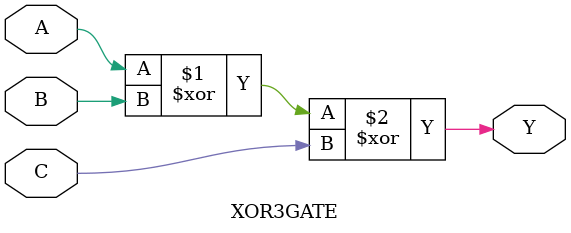
<source format=v>
`timescale 1ns / 1ps


module XOR3GATE(
    input A,
    input B,
    input C,
    output Y
    );
    xor(Y,A,B,C);
endmodule

</source>
